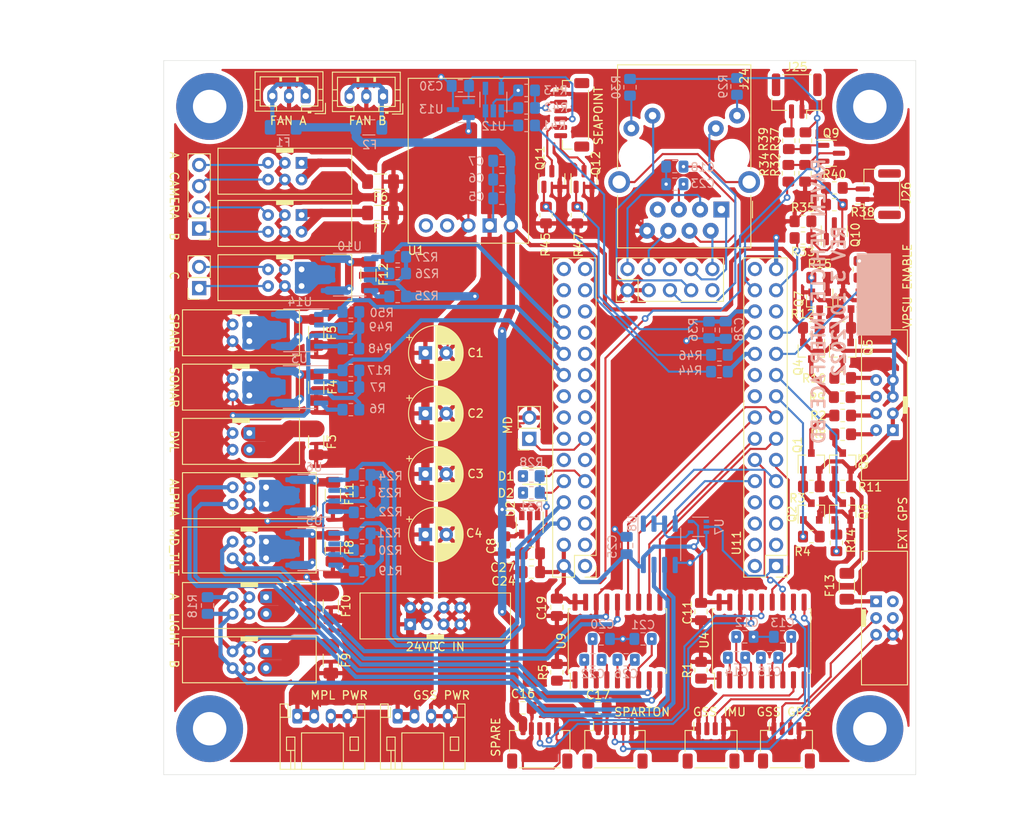
<source format=kicad_pcb>
(kicad_pcb (version 20211014) (generator pcbnew)

  (general
    (thickness 1.6)
  )

  (paper "USLetter")
  (layers
    (0 "F.Cu" signal)
    (31 "B.Cu" signal)
    (32 "B.Adhes" user "B.Adhesive")
    (33 "F.Adhes" user "F.Adhesive")
    (34 "B.Paste" user)
    (35 "F.Paste" user)
    (36 "B.SilkS" user "B.Silkscreen")
    (37 "F.SilkS" user "F.Silkscreen")
    (38 "B.Mask" user)
    (39 "F.Mask" user)
    (40 "Dwgs.User" user "User.Drawings")
    (41 "Cmts.User" user "User.Comments")
    (42 "Eco1.User" user "User.Eco1")
    (43 "Eco2.User" user "User.Eco2")
    (44 "Edge.Cuts" user)
    (45 "Margin" user)
    (46 "B.CrtYd" user "B.Courtyard")
    (47 "F.CrtYd" user "F.Courtyard")
    (48 "B.Fab" user)
    (49 "F.Fab" user)
  )

  (setup
    (stackup
      (layer "F.SilkS" (type "Top Silk Screen"))
      (layer "F.Paste" (type "Top Solder Paste"))
      (layer "F.Mask" (type "Top Solder Mask") (thickness 0.01))
      (layer "F.Cu" (type "copper") (thickness 0.035))
      (layer "dielectric 1" (type "core") (thickness 1.51) (material "FR4") (epsilon_r 4.5) (loss_tangent 0.02))
      (layer "B.Cu" (type "copper") (thickness 0.035))
      (layer "B.Mask" (type "Bottom Solder Mask") (thickness 0.01))
      (layer "B.Paste" (type "Bottom Solder Paste"))
      (layer "B.SilkS" (type "Bottom Silk Screen"))
      (copper_finish "None")
      (dielectric_constraints no)
    )
    (pad_to_mask_clearance 0.05)
    (pcbplotparams
      (layerselection 0x00010fc_ffffffff)
      (disableapertmacros false)
      (usegerberextensions false)
      (usegerberattributes true)
      (usegerberadvancedattributes true)
      (creategerberjobfile true)
      (svguseinch false)
      (svgprecision 6)
      (excludeedgelayer true)
      (plotframeref false)
      (viasonmask false)
      (mode 1)
      (useauxorigin false)
      (hpglpennumber 1)
      (hpglpenspeed 20)
      (hpglpendiameter 15.000000)
      (dxfpolygonmode true)
      (dxfimperialunits true)
      (dxfusepcbnewfont true)
      (psnegative false)
      (psa4output false)
      (plotreference true)
      (plotvalue true)
      (plotinvisibletext false)
      (sketchpadsonfab false)
      (subtractmaskfromsilk false)
      (outputformat 1)
      (mirror false)
      (drillshape 1)
      (scaleselection 1)
      (outputdirectory "")
    )
  )

  (net 0 "")
  (net 1 "GND")
  (net 2 "+24V")
  (net 3 "+5V")
  (net 4 "Net-(C8-Pad1)")
  (net 5 "+3V3")
  (net 6 "Net-(C12-Pad1)")
  (net 7 "Net-(C13-Pad1)")
  (net 8 "Net-(C14-Pad2)")
  (net 9 "Net-(C14-Pad1)")
  (net 10 "Net-(C15-Pad2)")
  (net 11 "Net-(C15-Pad1)")
  (net 12 "Net-(C20-Pad1)")
  (net 13 "Net-(C21-Pad1)")
  (net 14 "Net-(C22-Pad2)")
  (net 15 "Net-(C22-Pad1)")
  (net 16 "Net-(C26-Pad2)")
  (net 17 "Net-(C26-Pad1)")
  (net 18 "Net-(J11-Pad3)")
  (net 19 "Net-(J11-Pad6)")
  (net 20 "Net-(Q1-Pad3)")
  (net 21 "Net-(Q1-Pad1)")
  (net 22 "Net-(Q2-Pad1)")
  (net 23 "Net-(R1-Pad1)")
  (net 24 "VPSU_ENABLE1")
  (net 25 "Net-(R5-Pad1)")
  (net 26 "VPSU_ENABLE2")
  (net 27 "VPSU_ENABLE3")
  (net 28 "VPSU_ENABLE4")
  (net 29 "Net-(U7-Pad4)")
  (net 30 "Net-(F1-Pad1)")
  (net 31 "Net-(F2-Pad1)")
  (net 32 "Net-(F3-Pad2)")
  (net 33 "Net-(F4-Pad2)")
  (net 34 "Net-(F5-Pad2)")
  (net 35 "Net-(F6-Pad2)")
  (net 36 "Net-(F7-Pad2)")
  (net 37 "Net-(F8-Pad2)")
  (net 38 "Net-(J15-Pad3)")
  (net 39 "Net-(J15-Pad6)")
  (net 40 "Net-(J16-Pad2)")
  (net 41 "Net-(J16-Pad1)")
  (net 42 "Net-(J19-Pad8)")
  (net 43 "Net-(J19-Pad7)")
  (net 44 "Net-(J19-Pad6)")
  (net 45 "Net-(Q3-Pad3)")
  (net 46 "Net-(Q3-Pad1)")
  (net 47 "Net-(Q4-Pad3)")
  (net 48 "Net-(Q4-Pad1)")
  (net 49 "Net-(Q5-Pad3)")
  (net 50 "Net-(Q5-Pad1)")
  (net 51 "Net-(Q6-Pad1)")
  (net 52 "Net-(Q7-Pad1)")
  (net 53 "Net-(Q8-Pad1)")
  (net 54 "Net-(F9-Pad1)")
  (net 55 "Net-(F10-Pad1)")
  (net 56 "/Serial Interfces/SPARE_TX_RS232")
  (net 57 "/Serial Interfces/SPARE_RX_RS232")
  (net 58 "Net-(J19-Pad5)")
  (net 59 "Net-(C18-Pad2)")
  (net 60 "Net-(C23-Pad2)")
  (net 61 "/EM2000 Subsystem/SR")
  (net 62 "Net-(D1-Pad2)")
  (net 63 "/EM2000 Subsystem/SG")
  (net 64 "Net-(D2-Pad2)")
  (net 65 "Net-(F11-Pad2)")
  (net 66 "Net-(F12-Pad2)")
  (net 67 "Net-(F13-Pad2)")
  (net 68 "/MD_24SWITCHED")
  (net 69 "/Serial Interfces/GSS_IMU_RX232")
  (net 70 "/Serial Interfces/GSS_IMU_TX232")
  (net 71 "/Serial Interfces/IMU_TX")
  (net 72 "/Serial Interfces/IMU_RX")
  (net 73 "/SONAR_24SWITCHED")
  (net 74 "/ALPHA_24SWITCHED")
  (net 75 "RX2_RS232")
  (net 76 "TX2_RS232")
  (net 77 "/TRIESCT_24SWITCHED")
  (net 78 "Net-(J21-Pad6)")
  (net 79 "Net-(J21-Pad3)")
  (net 80 "/EM2000 Subsystem/MD")
  (net 81 "unconnected-(J24-Pad13)")
  (net 82 "Net-(J24-PadL1)")
  (net 83 "/EM2000 Subsystem/EY")
  (net 84 "/EM2000 Subsystem/EG")
  (net 85 "Net-(J24-PadL4)")
  (net 86 "Net-(J24-PadR1)")
  (net 87 "Net-(J24-PadR2)")
  (net 88 "Net-(J24-PadR3)")
  (net 89 "Net-(J24-PadR6)")
  (net 90 "unconnected-(J24-PadR7)")
  (net 91 "Net-(J25-Pad2)")
  (net 92 "Net-(J26-Pad2)")
  (net 93 "/Leak and Seapoint/SEAPOINT_SIGNAL")
  (net 94 "+12V")
  (net 95 "Net-(J27-Pad5)")
  (net 96 "Net-(J27-Pad6)")
  (net 97 "Net-(J28-Pad2)")
  (net 98 "Net-(J28-Pad3)")
  (net 99 "unconnected-(J29-Pad4)")
  (net 100 "unconnected-(J29-Pad5)")
  (net 101 "Net-(Q9-Pad1)")
  (net 102 "Net-(Q9-Pad3)")
  (net 103 "Net-(Q10-Pad1)")
  (net 104 "Net-(Q10-Pad3)")
  (net 105 "Net-(Q11-Pad1)")
  (net 106 "Net-(Q12-Pad1)")
  (net 107 "unconnected-(U1-Pad1)")
  (net 108 "unconnected-(U1-Pad2)")
  (net 109 "Net-(R7-Pad2)")
  (net 110 "Net-(R6-Pad2)")
  (net 111 "TX1")
  (net 112 "RX1")
  (net 113 "RTS0")
  (net 114 "RX0")
  (net 115 "Net-(R20-Pad2)")
  (net 116 "Net-(R19-Pad2)")
  (net 117 "Net-(R23-Pad2)")
  (net 118 "Net-(R22-Pad2)")
  (net 119 "unconnected-(U7-Pad1)")
  (net 120 "TX0")
  (net 121 "RX2")
  (net 122 "TX2")
  (net 123 "TX3")
  (net 124 "RX3")
  (net 125 "SEAPOINT_ADC")
  (net 126 "SW_SONAR")
  (net 127 "SW_MD_TILT")
  (net 128 "SW_ALPHA")
  (net 129 "SW_TRISECT")
  (net 130 "Net-(R26-Pad2)")
  (net 131 "Net-(R25-Pad2)")
  (net 132 "LEAK0_ADC")
  (net 133 "unconnected-(U11-Pad2)")
  (net 134 "unconnected-(U11-Pad3)")
  (net 135 "unconnected-(U11-Pad4)")
  (net 136 "unconnected-(U11-Pad5)")
  (net 137 "unconnected-(U11-Pad6)")
  (net 138 "unconnected-(U11-Pad7)")
  (net 139 "unconnected-(U11-Pad8)")
  (net 140 "LEAK1_ADC")
  (net 141 "SEAPOINT_GAIN0")
  (net 142 "SEAPOINT_GAIN1")
  (net 143 "ADC2")
  (net 144 "unconnected-(U11-Pad18)")
  (net 145 "unconnected-(U11-Pad20)")
  (net 146 "unconnected-(U11-Pad36)")
  (net 147 "unconnected-(U11-Pad32)")
  (net 148 "unconnected-(U11-Pad34)")
  (net 149 "RX3_RS232")
  (net 150 "TX3_RS232")
  (net 151 "unconnected-(U11-Pad30)")
  (net 152 "unconnected-(U11-Pad31)")
  (net 153 "unconnected-(U11-Pad33)")
  (net 154 "unconnected-(U11-Pad35)")
  (net 155 "unconnected-(U11-Pad37)")
  (net 156 "unconnected-(U11-Pad39)")
  (net 157 "unconnected-(U11-Pad50)")
  (net 158 "unconnected-(U11-Pad41)")
  (net 159 "unconnected-(U11-Pad43)")
  (net 160 "unconnected-(U11-Pad44)")
  (net 161 "unconnected-(U11-Pad45)")
  (net 162 "unconnected-(U11-Pad46)")
  (net 163 "unconnected-(U11-Pad48)")
  (net 164 "unconnected-(U11-Pad49)")
  (net 165 "unconnected-(U11-Pad53)")
  (net 166 "unconnected-(U11-Pad55)")
  (net 167 "unconnected-(U11-Pad57)")
  (net 168 "unconnected-(U11-Pad59)")
  (net 169 "unconnected-(U11-Pad62)")
  (net 170 "unconnected-(U11-Pad65)")
  (net 171 "/Leak and Seapoint/V+")
  (net 172 "/Leak and Seapoint/V-")
  (net 173 "Net-(R48-Pad2)")
  (net 174 "Net-(R49-Pad2)")
  (net 175 "SW_SPARE")
  (net 176 "/SPARE_24SWITCHED")

  (footprint "Capacitor_SMD:C_0805_2012Metric_Pad1.18x1.45mm_HandSolder" (layer "F.Cu") (at 147.8 116.475 -90))

  (footprint "Capacitor_SMD:C_0805_2012Metric_Pad1.18x1.45mm_HandSolder" (layer "F.Cu") (at 135.475 128))

  (footprint "Capacitor_SMD:C_0805_2012Metric_Pad1.18x1.45mm_HandSolder" (layer "F.Cu") (at 127.5 111.75 180))

  (footprint "MountingHole:MountingHole_4mm_Pad" (layer "F.Cu") (at 89 56))

  (footprint "MountingHole:MountingHole_4mm_Pad" (layer "F.Cu") (at 89 130.5))

  (footprint "MountingHole:MountingHole_4mm_Pad" (layer "F.Cu") (at 168 56))

  (footprint "MountingHole:MountingHole_4mm_Pad" (layer "F.Cu") (at 168 130.5))

  (footprint "Connector_JST:JST_PH_S4B-PH-K_1x04_P2.00mm_Horizontal" (layer "F.Cu") (at 111.5 129))

  (footprint "Connector_JST:JST_SH_SM05B-SRSS-TB_1x05-1MP_P1.00mm_Horizontal" (layer "F.Cu") (at 128.5 132.5))

  (footprint "Connector_JST:JST_PH_B3B-PH-K_1x03_P2.00mm_Vertical" (layer "F.Cu") (at 100.5 54.75 180))

  (footprint "Connector_JST:JST_PH_S4B-PH-K_1x04_P2.00mm_Horizontal" (layer "F.Cu") (at 99.5 129))

  (footprint "Connector_JST:JST_SH_SM04B-SRSS-TB_1x04-1MP_P1.00mm_Horizontal" (layer "F.Cu") (at 149 132.5))

  (footprint "raven_parts_library:Harwin_JTek_2x2_through_hole_vertical_jackscrews" (layer "F.Cu") (at 91.75 96.1 180))

  (footprint "Connector_JST:JST_SH_SM05B-SRSS-TB_1x05-1MP_P1.00mm_Horizontal" (layer "F.Cu") (at 137.5 132.5))

  (footprint "raven_parts_library:Harwin_JTek_3x2_through_hole_vertical_jackscrews" (layer "F.Cu") (at 93.75 115.75 180))

  (footprint "Package_TO_SOT_SMD:SOT-23" (layer "F.Cu") (at 161 98.5 90))

  (footprint "Package_TO_SOT_SMD:SOT-23" (layer "F.Cu") (at 161 104.5 90))

  (footprint "Resistor_SMD:R_0805_2012Metric_Pad1.20x1.40mm_HandSolder" (layer "F.Cu") (at 147.8 123.5 90))

  (footprint "Resistor_SMD:R_0805_2012Metric_Pad1.20x1.40mm_HandSolder" (layer "F.Cu") (at 164.75 93))

  (footprint "Resistor_SMD:R_0805_2012Metric_Pad1.20x1.40mm_HandSolder" (layer "F.Cu") (at 161 107.5))

  (footprint "raven_parts_library:Pololu_D24V10Fx" (layer "F.Cu") (at 119.96 70.25))

  (footprint "Package_SO:SOIC-18W_7.5x11.6mm_P1.27mm" (layer "F.Cu") (at 155.05 120 90))

  (footprint "Resistor_SMD:R_1206_3216Metric_Pad1.30x1.75mm_HandSolder" (layer "F.Cu") (at 101.75 96.15 90))

  (footprint "Resistor_SMD:R_1206_3216Metric_Pad1.30x1.75mm_HandSolder" (layer "F.Cu") (at 109.45 65 180))

  (footprint "raven_parts_library:Harwin_JTek_2x2_through_hole_vertical_jackscrews" (layer "F.Cu") (at 91.75 89.6 180))

  (footprint "raven_parts_library:Harwin_JTek_3x2_through_hole_vertical_jackscrews" (layer "F.Cu") (at 98 63.75 180))

  (footprint "raven_parts_library:Harwin_JTek_3x2_through_hole_vertical_jackscrews" (layer "F.Cu") (at 98 70 180))

  (footprint "raven_parts_library:Harwin_JTek_4x2_through_hole_vertical_jackscrews" (layer "F.Cu") (at 169.75 92.75 90))

  (footprint "Package_TO_SOT_SMD:SOT-23" (layer "F.Cu") (at 164.75 98.5 90))

  (footprint "Package_TO_SOT_SMD:SOT-23" (layer "F.Cu") (at 161 85.25 -90))

  (footprint "Package_TO_SOT_SMD:SOT-23" (layer "F.Cu") (at 164.75 85.25 -90))

  (footprint "Package_TO_SOT_SMD:SOT-23" (layer "F.Cu") (at 164.75 104.5 90))

  (footprint "Package_TO_SOT_SMD:SOT-23" (layer "F.Cu") (at 162 79.25 -90))

  (footprint "Resistor_SMD:R_0805_2012Metric_Pad1.20x1.40mm_HandSolder" (layer "F.Cu") (at 164.75 95.25))

  (footprint "Resistor_SMD:R_0805_2012Metric_Pad1.20x1.40mm_HandSolder" (layer "F.Cu") (at 164.7 90.8))

  (footprint "Resistor_SMD:R_0805_2012Metric_Pad1.20x1.40mm_HandSolder" (layer "F.Cu") (at 164.75 88.5))

  (footprint "Resistor_SMD:R_0805_2012Metric_Pad1.20x1.40mm_HandSolder" (layer "F.Cu") (at 164.75 82.5))

  (footprint "Resistor_SMD:R_0805_2012Metric_Pad1.20x1.40mm_HandSolder" (layer "F.Cu") (at 164 108.25 90))

  (footprint "Resistor_SMD:R_0805_2012Metric_Pad1.20x1.40mm_HandSolder" (layer "F.Cu") (at 166.75 75.5 -90))

  (footprint "Resistor_SMD:R_1206_3216Metric_Pad1.30x1.75mm_HandSolder" (layer "F.Cu") (at 103.5 122.3 -90))

  (footprint "raven_parts_library:Harwin_JTek_3x2_through_hole_vertical_jackscrews" (layer "F.Cu") (at 93.75 122.25 180))

  (footprint "Resistor_SMD:R_1206_3216Metric_Pad1.30x1.75mm_HandSolder" (layer "F.Cu") (at 103.5 115.8 -90))

  (footprint "Resistor_SMD:R_1206_3216Metric_Pad1.30x1.75mm_HandSolder" (layer "F.Cu") (at 101.75 83.05 90))

  (footprint "raven_parts_library:Harwin_JTek_2x2_through_hole_vertical_jackscrews" (layer "F.Cu") (at 91.75 83.1 180))

  (footprint "Resistor_SMD:R_1206_3216Metric_Pad1.30x1.75mm_HandSolder" (layer "F.Cu") (at 103.75 108.9 90))

  (footprint "Package_TO_SOT_SMD:SOT-23-5" (layer "F.Cu") (at 127.3 106.1 -90))

  (footprint "Resistor_SMD:R_1206_3216Metric_Pad1.30x1.75mm_HandSolder" (layer "F.Cu") (at 101.75 89.65 90))

  (footprint "Connector_PinHeader_2.54mm:PinHeader_1x04_P2.54mm_Vertical" (layer "F.Cu") (at 87.75 70.62 180))

  (footprint "Capacitor_SMD:C_0805_2012Metric_Pad1.18x1.45mm_HandSolder" (layer "F.Cu") (at 124.25 108.5 -90))

  (footprint "Resistor_SMD:R_0805_2012Metric_Pad1.20x1.40mm_HandSolder" (layer "F.Cu") (at 130.55 123.75 90))

  (footprint "Capacitor_SMD:C_0805_2012Metric_Pad1.18x1.45mm_HandSolder" (layer "F.Cu") (at 130.55 115.9625 -90))

  (footprint "Capacitor_THT:CP_Radial_D6.3mm_P2.50mm" (layer "F.Cu")
    (tedit 5AE50EF0) (tstamp 00000000-0000-0000-0000-00005fe61585)
    (at 114.817621 85.5)
    (descr "CP, Radial series, Radial, pin pitch=2.50mm, , diameter=6.3mm, Electrolytic Capacitor")
    (tags "CP Radial series Radial pin pitch 2.50mm  diameter 6.3mm Electrolytic Capacitor")
    (property "Sheetfile" "File: vehicle_interface_board_rev2.kicad_sch")
    (property "Sheetname" "")
    (path "/00000000-0000-0000-0000-0000600f19b1")
    (attr through_hole)
    (fp_text reference "C1" (at 6 0) (layer "F.SilkS")
      (effects (font (size 1 1) (thickness 0.15)))
      (tstamp 23dbc517-bcf3-479d-acd4-1580d39deb7e)
    )
    (fp_text value "33uF" (at 1.25 4.4) (layer "F.Fab")
      (effects (font (size 1 1) (thickness 0.15)))
      (tstamp 3937681c-a945-45b4-b838-fdd51e44e3d9)
    )
    (fp_text user "${REFERENCE}" (at 2.5 -2.5) (layer "F.Fab")
      (effects (font (size 1 1) (thickness 0.15)))
      (tstamp ab9462f8-641d-4b35-a5bd-1a4bec45f054)
    )
    (fp_line (start 3.571 -2.265) (end 3.571 2.265) (layer "F.SilkS") (width 0.12) (tstamp 02a2c5fe-a4f9-4b1a-bd7a-20966d1961e1))
    (fp_line (start 3.091 -2.664) (end 3.091 -1.04) (layer "F.SilkS") (width 0.12) (tstamp 09fa999f-d670-4110-be40-07eff8cf5e86))
    (fp_line (start 1.77 1.04) (end 1.77 3.189) (layer "F.SilkS") (width 0.12) (tstamp 0a7eedbc-b696-4b3e-99d8-3bcbcd4bc7f4))
    (fp_line (start 1.33 -3.23) (end 1.33 3.23) (layer "F.SilkS") (width 0.12) (tstamp 0daefa3a-384f-451b-b3b0-126a8cbdc6b7))
    (fp_line (start 1.57 -3.215) (end 1.57 -1.04) (layer "F.SilkS") (width 0.12) (tstamp 0dafdfcf-e1d7-4b9e-a18f-8b4fd1e61803))
    (fp_line (start 1.69 -3.201) (end 1.69 -1.04) (layer "F.SilkS") (width 0.12) (tstamp 0ebde1a6-3837-40a3-a366-0612aefa5a70))
    (fp_line (start 2.291 -3.061) (end 2.291 -1.04) (layer "F.SilkS") (width 0.12) (tstamp 107fcd5f-336d-4676-bf19-754be2fb7e89))
    (fp_line (start 1.61 1.04) (end 1.61 3.211) (layer "F.SilkS") (width 0.12) (tstamp 1569b103-758a-42d0-9f76-a14034f6a82a))
    (fp_line (start 2.171 1.04) (end 2.171 3.098) (layer "F.SilkS") (width 0.12) (tstamp 16cad3b9-1721-4cf9-a800-79806096af5b))
    (fp_line (start 2.531 -2.97) (end 2.531 -1.04) (layer "F.SilkS") (width 0.12) (tstamp 17f354fa-50c2-4b85-bc02-5577310e687c))
    (fp_line (start 3.411 -2.416) (end 3.411 -1.04) (layer "F.SilkS") (width 0.12) (tstamp 19e75660-e43c-4964-8f5a-29ddf3c00756))
    (fp_line (start 3.531 1.04) (end 3.531 2.305) (layer "F.SilkS") (width 0.12) (tstamp 1a107059-63ff-4e2b-af0b-c395ac591be2))
    (fp_line (start 3.251 1.04) (end 3.251 2.548) (layer "F.SilkS") (width 0.12) (tstamp 1ac9a69b-2184-43fb-8b53-f8d83e20de73))
    (fp_line (start 1.41 -3.227) (end 1.41 3.227) (layer "F.SilkS") (width 0.12) (tstamp 1fe5a87c-2b48-48fe-8419-50b062230147))
    (fp_line (start 3.731 -2.092) (end 3.731 2.092) (layer "F.SilkS") (width 0.12) (tstamp 2254bdd0-a135-4de7-a868-f71c0440116d))
    (fp_line (start 3.771 -2.044) (end 3.771 2.044) (layer "F.SilkS") (width 0.12) (tstamp 228367b1-a83c-4084-a0ce-d1db88044646))
    (fp_line (start -2.250241 -1.839) (end -1.620241 -1.839) (layer "F.SilkS") (width 0.12) (tstamp 22a8a1e5-79a1-426a-9c7f-042e4b28bddd))
    (fp_line (start 4.331 -1.059) (end 4.331 1.059) (layer "F.SilkS") (width 0.12) (tstamp 23dfd277-b2ca-4954-9d5d-7b7d6d3d519a))
    (fp_line (start 3.451 -2.38) (end 3.451 -1.04) (layer "F.SilkS") (width 0.12) (tstamp 23ed36a1-b9b9-4853-b636-a1f8f2de5aca))
    (fp_line (start 2.811 1.04) (end 2.811 2.834) (layer "F.SilkS") (width 0.12) (tstamp 248e9b47-454f-4bad-b413-2e7d5c4367e9))
    (fp_line (start 1.69 1.04) (end 1.69 3.201) (layer "F.SilkS") (width 0.12) (tstamp 261fe956-ad0f-4ba8-a0bb-dee3baca9b2a))
    (fp_line (start 1.49 -3.222) (end 1.49 -1.04) (layer "F.SilkS") (width 0.12) (tstamp 287ba6d8-980c-4f34-81d6-7d40f43ef11b))
    (fp_line (start 3.451 1.04) (end 3.451 2.38) (layer "F.SilkS") (width 0.12) (tstamp 2a8e900e-a3aa-464a-a747-9705ab35f520))
    (fp_line (start -1.935241 -2.154) (end -1.935241 -1.524) (layer "F.SilkS") (width 0.12) (tstamp 2b15f68e-6b85-4f7a-9ef8-9137bb9f89c4))
    (fp_line (start 1.61 -3.211) (end 1.61 -1.04) (layer "F.SilkS") (width 0.12) (tstamp 2bbcc9ba-c734-49c3-84c1-3ba6b8c4dd4f))
    (fp_line (start 4.251 -1.262) (end 4.251 1.262) (layer "F.SilkS") (width 0.12) (tstamp 2bc1d0d0-3f6d-46ed-8052-51087150c187))
    (fp_line (start 3.891 -1.89) (end 3.891 1.89) (layer "F.SilkS") (width 0.12) (tstamp 2c91ec0b-a930-4e24-af8a-be2d85ecda55))
    (fp_line (start 1.25 -3.23) (end 1.25 3.23) (layer "F.SilkS") (width 0.12) (tstamp 3334b07d-cf02-47cd-88fb-1d6d4368bae2))
    (fp_line (start 2.291 1.04) (end 2.291 3.061) (layer "F.SilkS") (width 0.12) (tstamp 345f63c2-a051-4f8c-a14a-58969b445926))
    (fp_line (start 3.291 1.04) (end 3.291 2.516) (layer "F.SilkS") (width 0.12) (tstamp 3ed1093f-c933-4ff2-8875-a047b091b7ad))
    (fp_line (start 2.371 1.04) (end 2.371 3.033) (layer "F.SilkS") (width 0.12) (tstamp 40476d50-f23a-412c-b07b-3d1c61a8afa4))
    (fp_line (start 3.491 1.04) (end 3.491 2.343) (layer "F.SilkS") (width 0.12) (tstamp 40aab0f0-4f65-4117-9f8c-604431207e9f))
    (fp_line (start 4.211 -1.35) (end 4.211 1.35) (layer "F.SilkS") (width 0.12) (tstamp 41020609-d64e-4f14-b006-0ac54b2ee097))
    (fp_line (start 2.771 1.04) (end 2.771 2.856) (layer "F.SilkS") (width 0.12) (tstamp 412a6130-6a57-4cce-afbe-3632f552b63d))
    (fp_line (start 3.251 -2.548) (end 3.251 -1.04) (layer "F.SilkS") (width 0.12) (tstamp 41f7373e-73f7-4b0f-9445-0d63c46a751d))
    (fp_line (start 3.011 1.04) (end 3.011 2.716) (layer "F.SilkS") (width 0.12) (tstamp 4239756d-7c42-4816-8bcf-e44961aee17d))
    (fp_line (start 2.931 1.04) (end 2.931 2.766) (layer "F.SilkS") (width 0.12) (tstamp 440faf85-15ac-4b3f-9ba9-fdf8825d7ebe))
    (fp_line (start 3.411 1.04) (end 3.411 2.416) (layer "F.SilkS") (width 0.12) (tstamp 4ac93674-799d-42a9-ace0-014bb5c1bdea))
    (fp_line (start 1.85 -3.175) (end 1.85 -1.04) (layer "F.SilkS") (width 0.12) (tstamp 4b5cf1d5-ecc8-428f-b0ca-c647b6dc8f62))
    (fp_line (start 3.811 -1.995) (end 3.811 1.995) (layer "F.SilkS") (width 0.12) (tstamp 4bbe8987-8fcf-4425-bb2f-db8f7b31d8e8))
    (fp_line (start 1.37 -3.228) (end 1.37 3.228) (layer "F.SilkS") (width 0.12) (tstamp 4cbc1bb4-60dc-4c82-8994-0df1e18d5933))
    (fp_line (start 1.53 -3.218) (end 1.53 -1.04) (layer "F.SilkS") (width 0.12) (tstamp 4cf15945-9751-48a2-a3db-2a1bf5c468e7))
    (fp_line (start 2.611 1.04) (end 2.611 2.934) (layer "F.SilkS") (width 0.12) (tstamp 4d98582a-f565-4edf-afb9-a49afe947ba8))
    (fp_line (start 2.451 1.04) (end 2.451 3.002) (layer "F.SilkS") (width 0.12) (tstamp 50db34f2-482c-4e64-98c2-29f51b9747b1))
    (fp_line (start 1.65 -3.206) (end 1.65 -1.04) (layer "F.SilkS") (width 0.12) (tstamp 53636e6c-62c0-4023-bdc5-4099ebf7b931))
    (fp_line (start 2.891 1.04) (end 2.891 2.79) (layer "F.SilkS") (width 0.12) (tstamp 54c4047b-cada-4acc-90de-35e97d3b56ae))
    (fp_line (start 3.651 -2.182) (end 3.651 2.182) (layer "F.SilkS") (width 0.12) (tstamp 54c79c4c-e9bf-49b3-b260-8b952f2a5bae))
    (fp_line (start 2.131 -3.11) (end 2.131 -1.04) (layer "F.SilkS") (width 0.12) (tstamp 552bf9da-ebe5-4d7c-a96e-789c54031d9e))
    (fp_line (start 2.371 -3.033) (end 2.371 -1.04) (layer "F.SilkS") (width 0.12) (tstamp 5a609c01-6cb6-417b-816a-bf61b02d9e49))
    (fp_line (start 2.811 -2.834) (end 2.811 -1.04) (layer "F.SilkS") (width 0.12) (tstamp 5f1e41a6-546f-49c6-9241-58db4aef4cc4))
    (fp_line (start 2.731 1.04) (end 2.731 2.876) (layer "F.SilkS") (width 0.12) (tstamp 5f4b9f4c-2b31-4fb9-a0d5-5676dae23272))
    (fp_line (start 1.93 1.04) (end 1.93 3.159) (layer "F.SilkS") (width 0.12) (tstamp 613321d3-fda6-4054-be59-3fb8f765ee9c))
    (fp_line (start 2.651 -2.916) (end 2.651 -1.04) (layer "F.SilkS") (width 0.12) (tstamp 630b4ab2-db52-46c4-b051-dfe0887268d3))
    (fp_line (start 2.411 -3.018) (end 2.411 -1.04) (layer "F.SilkS") (width 0.12) (tstamp 655c1359-816f-4175-b689-1b8f4569ba95))
    (fp_line (start 2.571 -2.952) (end 2.571 -1.04) (layer "F.SilkS") (width 0.12) (tstamp 65a74a14-31aa-48fa-b4e6-7b03c169c4ad))
    (fp_line (start 2.771 -2.856) (end 2.771 -1.04) (layer "F.SilkS") (width 0.12) (tstamp 6a7506da-2425-41bd-83ad-018b320c0270))
    (fp_line (start 3.211 1.04) (end 3.211 2.578) (layer "F.SilkS") (width 0.12) (tstamp 6c1a06ca-785f-449f-9712-1f011737c55f))
    (fp_line (start 2.491 -2.986) (end 2.491 -1.04) (layer "F.SilkS") (width 0.12) (tstamp 6eed64ab-f449-48e1-9c97-f36d4ec4f26b))
    (fp_line (start 3.211 -2.578) (end 3.211 -1.04) (layer "F.SilkS") (width 0.12) (tstamp 70768756-4bf7-48b1-894a-0b524f985a7e))
    (fp_line (start 3.051 1.04) (end 3.051 2.69) (layer "F.SilkS") (width 0.12) (tstamp 70a4b2a2-ef87-4a9a-b7b1-61369ac204af))
    (fp_line (start 3.531 -2.305) (end 3.531 -1.04) (layer "F.SilkS") (width 0.12) (tstamp 75bb22b8-99f8-4223-86f9-90c6e459ad1d))
    (fp_line (start 2.531 1.04) (end 2.531 2.97) (layer "F.SilkS") (width 0.12) (tstamp 776d34d3-6bf6-4cd5-890d-c29101cf392a))
    (fp_line (start 3.171 -2.607) (end 3.171 -1.04) (layer "F.SilkS") (width 0.12) (tstamp 7af55e6a-b8e8-4b7e-8241-0285b26d2cd3))
    (fp_line (start 4.291 -1.165) (end 4.291 1.165) (layer "F.SilkS") (width 0.12) (tstamp 7c486893-7d84-41f1-91eb-015c48067abb))
    (fp_line (start 3.851 -1.944) (end 3.851 1.944) (layer "F.SilkS") (width 0.12) (tstamp 7c61266d-669d-462f-903d-5205d298e6a1))
    (fp_line (start 2.971 1.04) (end 2.971 2.742) (layer "F.SilkS") (width 0.12) (tstamp 7d069416-f41a-463a-9d54-e1c21b9e04c0))
    (fp_line (start 2.851 -2.812) (end 2.851 -1.04) (layer "F.SilkS") (width 0.12) (tstamp 80d30f7e-28f1-423a-9f22-43d96a8c8b57))
    (fp_line (start 3.131 1.04) (end 3.131 2.636) (layer "F.SilkS") (width 0.12) (tstamp 80d9069c-48b8-4b43-b048-468847761c5e))
    (fp_line (start 2.571 1.04) (end 2.571 2.952) (layer "F.SilkS") (width 0.12) (tstamp 815c44fa-07af-44be-bda5-01323b0e3e4f))
    (fp_line (start 3.331 1.04) (end 3.331 2.484) (layer "F.SilkS") (width 0.12) (tstamp 839e2e48-df52-4d5c-ac8a-4f5e238e898b))
    (fp_line (start 1.81 1.04) (end 1.81 3.182) (layer "F.SilkS") (width 0.12) (tstamp 881ac54d-b09a-4a40-b100-6864890ca7db))
    (fp_line (start 1.93 -3.159) (end 1.93 -1.04) (layer "F.SilkS") (width 0.12) (tstamp 8db58085-85cd-4ef1-8b6a-fbb40930a361))
    (fp_line (start 4.491 -0.402) (end 4.491 0.402) (layer "F.SilkS") (width 0.12) (tstamp 8e1912a6-cc00-4020-90c3-396ef69f1f85))
    (fp_line (start 2.251 1.04) (end 2.251 3.074) (layer "F.SilkS") (width 0.12) (tstamp 95f7ee79-ead9-4e12-b06f-2cef0b5849b8))
    (fp_line (start 3.371 -2.45) (end 3.371 -1.04) (layer "F.SilkS") (width 0.12) (tstamp 970405fd-db1a-4c6a-9e96-fc9ef08d0452))
    (fp_line (start 1.73 1.04) (end 1.73 3.195) (layer "F.SilkS") (width 0.12) (tstamp 973d5741-2a64-40b7-8399-74afbc3df2b8))
    (fp_line (start 3.291 -2.516) (end 3.291 -1.04) (layer "F.SilkS") (width 0.12) (tstamp 980d8f2a-adeb-4f76-8836-7fc40e9e992e))
    (fp_line (start 2.611 -2.934) (end 2.611 -1.04) (layer "F.SilkS") (width 0.12) (tstamp 9ac8fb12-d0fa-4e39-b50a-e64d17dd463d))
    (fp_line (start 4.411 -0.802) (end 4.411 0.802) (layer "F.SilkS") (width 0.12) (tstamp 9c1bc6bf-3ac1-4f48-a106-b0b363a8af26))
    (fp_line (start 4.451 -0.633) (end 4.451 0.633) (layer "F.SilkS") (width 0.12) (tstamp 9c721024-2069-4525-9ea0-711fda94587d))
    (fp_line (start 1.81 -3.182) (end 1.81 -1.04) (layer "F.SilkS") (width 0.12) (tstamp 9c7b06fd-7895-42dc-a8ce-cd8bbad9c6f3))
    (fp_line (start 3.051 -2.69) (end 3.051 -1.04) (layer "F.SilkS") (width 0.12) (tstamp 9d727b12-4ace-4f79-b6f7-0344af9f0189))
    (fp_line (start 2.851 1.04) (end 2.851 2.812) (layer "F.SilkS") (width 0.12) (tstamp 9fa98a85-3371-4446-ab08-efe717a93ab8))
    (fp_line (start 1.45 -3.224) (end 1.45 3.224) (layer "F.SilkS") (width 0.12) (tstamp a1497fae-c558-4722-91b1-1d3118da2eab))
    (fp_line (start 3.371 1.04) (end 3.371 2.45) (layer "F.SilkS") (width 0.12) (tstamp a1e3961e-cc98-4cc4-8805-f22fe9aac2de))
    (fp_line (start 2.691 -2.896) (end 2.691 -1.04) (layer "F.SilkS") (width 0.12) (tstamp a2789d69-4fdb-4ec8-826d-407d6c6c1221))
    (fp_line (start 3.331 -2.484) (end 3.331 -1.04) (layer "F.SilkS") (width 0.12) (tstamp a2ca9f46-61fb-4ce6-8367-8e062784ea20))
    (fp_line (start 3.011 -2.716) (end 3.011 -1.04) (layer "F.SilkS") (width 0.12) (tstamp a5385970-ad8c-40d3-a7a1-258e88c3b86a))
    (fp_line (start 4.131 -1.509) (end 4.131 1.509) (layer "F.SilkS") (width 0.12) (tstamp a59862f4-880d-4468-97e2-b4b102eb7ce6))
    (fp_line (start 2.011 1.04) (end 2.011 3.141) (layer "F.SilkS") (width 0.12) (tstamp a7979380-51a9-4c11-8236-28a1e4059098))
    (fp_line (start 2.411 1.04) (end 2.411 3.018) (layer "F.SilkS") (width 0.12) (tstamp a823e5b2-d1d3-4f68-b175-c8b0f3597895))
    (fp_line (start 4.091 -1.581) (end 4.091 1.581) (layer "F.SilkS") (width 0.12) (tstamp aab6ff42-1ac0-4db3-9049-af368f9e02af))
    (fp_line (start 2.491 1.04) (end 2.491 2.986) (layer "F.SilkS") (width 0.12) (tstamp b0e2136b-73a4-47d0-9d6b-eb23462a23da))
    (fp_line (start 2.131 1.04) (end 2.131 3.11) (layer "F.SilkS") (width 0.12) (tstamp b4b5af7e-b651-4a4a-9429-9122c4f7c8e8))
    (fp_line (start 1.53 1.04) (end 1.53 3.218) (layer "F.SilkS") (width 0.12) (tstamp b517c720-16b8-4bb1-ad66-63b3db5eb74e))
    (fp_line (start 2.171 -3.098) (end 2.171 -1.04) (layer "F.SilkS") (width 0.12) (tstamp b6c11ce4-a1f6-4fda-ba91-46c86c52647f))
    (fp_line (start 2.931 -2.766) (end 2.931 -1.04) (layer "F.SilkS") (width 0.12) (tstamp b80db3f8-7509-48e1-9f9a-b2be0599e120))
    (fp_line (start 1.29 -3.23) (end 1.29 3.23) (layer "F.SilkS") (width 0.12) (tstamp b88c6401-d9bf-4279-b73f-09871552aefe))
    (fp_line (start 1.57 1.04) (end 1.57 3.215) (layer "F.SilkS") (width 0.12) (tstamp b8f80b8e-ee77-4f01-9f09-083a45413631))
    (fp_line (start 1.49 1.04) (end 1.49 3.222) (layer "F.SilkS") (width 0.12) (tstamp ba81943d-35b8-4315-a789-4ebb397eaeb8))
    (fp_line (start 3.971 -1.776) (end 3.971 1.776) (layer "F.SilkS") (width 0.12) (tstamp bb3ac669-8b69-4c32-a232-5effdaeb581b))
    (fp_line (start 2.691 1.04) (end 2.691 2.896) (layer "F.SilkS") (width 0.12) (tstamp bb548429-dd14-4d14-9f59-1875526475b4))
    (fp_line (start 2.091 1.04) (end 2.091 3.121) (layer "F.SilkS") (width 0.12) (tstamp c2082fcf-9e6e-4e52-9034-a92eac1c3839))
    (fp_line (start 3.491 -2.343) (end 3.491 -1.04) (layer "F.SilkS") (width 0.12) (tstamp c3d6caf5-2ad4-43e2-8a14-6b4d66130e64))
    (fp_line (start 1.971 -3.15) (end 1.971 -1.04) (layer "F.SilkS") (width 0.12) (tstamp c759830c-d561-4bba-9def-c35cf5c1d844))
    (fp_line (start 1.73 -3.195) (end 1.73 -1.04) (layer "F.SilkS") (width 0.12) (tstamp c78d389e-82cf-4b58-b6ed-6fb59eaaaa3f))
    (fp_line (start 3.131 -2.636) (end 3.131 -1.04) (layer "F.SilkS") (width 0.12) (tstamp c8b0e3cc-7375-414a-86fd-d5b49f9fda31))
    (fp_line (start 3.931 -1.834) (end 3.931 1.834) (layer "F.SilkS") (width 0.12) (tstamp ca0e59f7-948a-48ff-9e88-7097565ad649))
    (fp_line (start 2.051 1.04) (end 2.051 3.131) (layer "F.SilkS") (width 0.12) (tstamp cc77233b-149a-4179-8ef8-acfeb0671f2e))
    (fp_line (start 3.091 1.04) (end 3.091 2.664) (layer "F.SilkS") (width 0.12) (tstamp cd8a88c5-59a3-4cd0-bd40-c5f12865f537))
    (fp_line (start 1.89 1.04) (end 1.89 3.167) (layer "F.SilkS") (width 0.12) (tstamp ce2e92b0-fbf5-48f2-b7e6-277adbaab110))
    (fp_line (start 4.371 -0.94) (end 4.371 0.94) (layer "F.SilkS") (width 0.12) (tstamp ce81a2ef-891a-4685-822b-e0868ff0df78))
    (fp_line (start 1.971 1.04) (end 1.971 3.15) (layer "F.SilkS") (width 0.12) (tstamp cea76c2e-3233-4153-88de-1d8dfe2f4344))
    (fp_line (start 2.731 -2.876) (end 2.731 -1.04) (layer "F.SilkS") (width 0.12) (tstamp d153ee41-39b0-4c8c-b821-6ebab783603a))
    (fp_line (start 4.011 -1.714) (end 4.011 1.714) (layer "F.SilkS") (width 0.12) (tstamp d297be08-38c1-4f18-b7a9-d1548fc65aa0))
    (fp_line (start 1.65 1.04) (end 1.65 3.206) (layer "F.SilkS") (width 0.12) (tstamp d2c16e6c-ed91-4259-a404-08ca4cff0987))
    (fp_line (start 2.211 -3.086) (end 2.211 -1.04) (layer "F.SilkS") (width 0.12) (tstamp d33e9df2-58fd-40c1-940e-473835e0d669))
    (fp_line (start 1.85 1.04) (end 1.85 3.175) (layer "F.SilkS") (width 0.12) (tstamp d622ed57-d747-4bdf-bb21-62db28c4c95a))
    (fp_line (start 1.89 -3.167) (end 1.89 -1.04) (layer "F.SilkS") (width 0.12) (tstamp d91a6ae0-3ad1-455a-8fdc-f8049427dee3))
    (fp_line (start 3.171 1.04) (end 3.171 2.607) (layer "F.SilkS") (width 0.12) (tstamp e03b1b14-7374-4ea4-b370-61f24791fa4e))
    (fp_line (start 3.611 -2.224) (end 3.611 2.224) (layer "F.SilkS") (width 0.12) (tstamp e057df7b-0085-4a6c-981d-b40d4217876e))
    (fp_line (start 3.691 -2.137) (end 3.691 2.137) (layer "F.SilkS") (width 0.12) (tstamp e05fb04f-adfd-4d96-bc34-c164361f48f4))
    (fp_line (start 2.451 -3.002) (end 2.451 -1.04) (layer "F.SilkS") (width 0.12) (tstamp e1ae05ce-0010-4a88-be27-0fd7d10395be))
    (fp_line (start 2.331 -3.047) (end 2.331 -1.04) (layer "F.SilkS") (width 0.12) (tstamp e2be6619-682c-4b45-8428-12579d81e15c))
    (fp_line (start 2.011 -3.141) (end 2.011 -1.04) (layer "F.SilkS") (width 0.12) (tstamp efa6ea87-6411-43a2-b4c9-2941f0bd2ab6))
    (fp_line (start 4.171 -1.432) (end 4.171 1.432) (layer "F.SilkS") (width 0.12) (tstamp f0c56018-4e9f-4f23-9161-597f98a72245))
    (fp_line (start 2.211 1.04) (end 2.211 3.086) (layer "F.SilkS") (width 0.12) (tstamp f112809e-3728-46c0-abf8-6b3280c22250))
    (fp_line (start 4.051 -1.65) (end 4.051 1.65) (layer "F.SilkS") (width 0.12) (tstamp f170d72a-9d91-4d53-8cfe-5a3
... [1360511 chars truncated]
</source>
